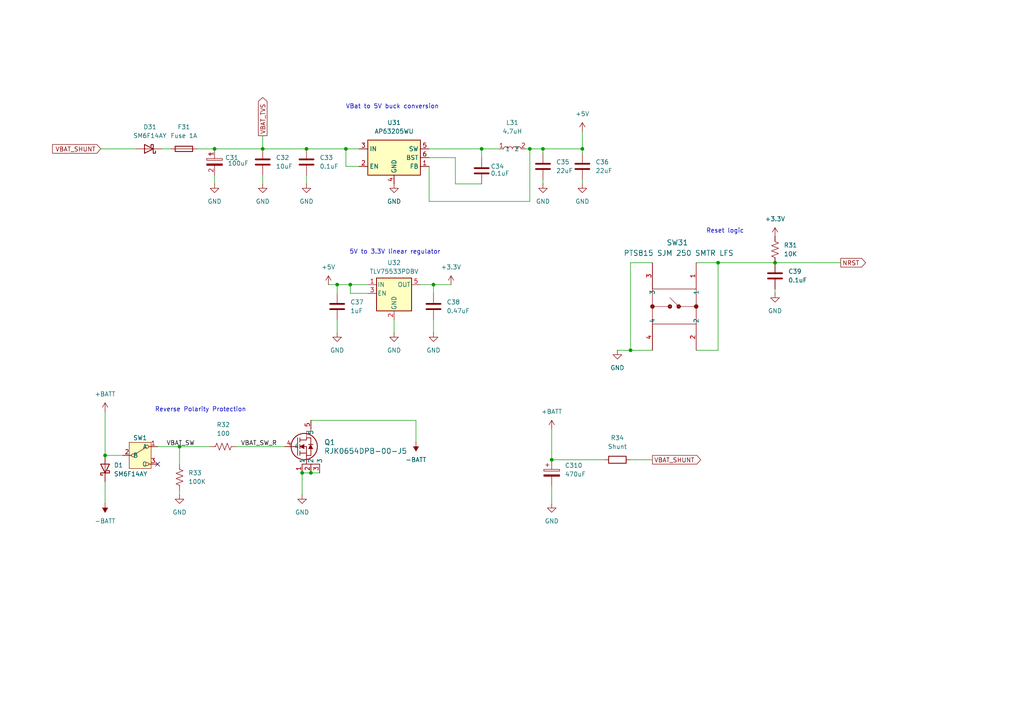
<source format=kicad_sch>
(kicad_sch (version 20250114) (generator "eeschema") (generator_version "9.0")
  (paper "A4")
  (title_block (title "Power") (date "2026-01-30") (rev "0-1"))
  (lib_symbols
    (symbol "Device:C" (pin_numbers (hide yes)) (pin_names (offset 0.254))
      (property "Reference" "C" (at 0.635 2.54 0))
      (property "Value" "C" (at 0.635 -2.54 0))
      (symbol "C_0_1"
        (polyline (pts (xy -2.032 0.762) (xy 2.032 0.762)) (stroke (width 0.508)))
        (polyline (pts (xy -2.032 -0.762) (xy 2.032 -0.762)) (stroke (width 0.508)))
      )
      (symbol "C_1_1"
        (pin passive line (at 0 3.81 270) (length 2.794) (name "~") (number "1"))
        (pin passive line (at 0 -3.81 90) (length 2.794) (name "~") (number "2"))
      )
    )
    (symbol "Device:C_Polarized" (pin_numbers (hide yes)) (pin_names (offset 0.254))
      (property "Reference" "C" (at 0.635 2.54 0))
      (property "Value" "C_Polarized" (at 0.635 -2.54 0))
      (symbol "C_Polarized_0_1"
        (rectangle (start -2.286 0.508) (end 2.286 1.016))
        (polyline (pts (xy -1.778 2.286) (xy -0.762 2.286)))
        (polyline (pts (xy -1.27 2.794) (xy -1.27 1.778)))
        (rectangle (start 2.286 -0.508) (end -2.286 -1.016) (fill (type outline)))
      )
      (symbol "C_Polarized_1_1"
        (pin passive line (at 0 3.81 270) (length 2.794) (name "~") (number "1"))
        (pin passive line (at 0 -3.81 90) (length 2.794) (name "~") (number "2"))
      )
    )
    (symbol "Device:Fuse" (pin_numbers (hide yes)) (pin_names (offset 0))
      (property "Reference" "F" (at 2.032 0 90))
      (property "Value" "Fuse" (at -1.905 0 90))
      (symbol "Fuse_0_1"
        (rectangle (start -0.762 -2.54) (end 0.762 2.54) (stroke (width 0.254)))
        (polyline (pts (xy 0 2.54) (xy 0 -2.54)))
      )
      (symbol "Fuse_1_1"
        (pin passive line (at 0 3.81 270) (length 1.27) (name "~") (number "1"))
        (pin passive line (at 0 -3.81 90) (length 1.27) (name "~") (number "2"))
      )
    )
    (symbol "Device:R" (pin_numbers (hide yes)) (pin_names (offset 0))
      (property "Reference" "R" (at 2.032 0 90))
      (property "Value" "R" (at 0 0 90))
      (symbol "R_0_1"
        (rectangle (start -1.016 -2.54) (end 1.016 2.54) (stroke (width 0.254)))
      )
      (symbol "R_1_1"
        (pin passive line (at 0 3.81 270) (length 1.27) (name "~") (number "1"))
        (pin passive line (at 0 -3.81 90) (length 1.27) (name "~") (number "2"))
      )
    )
    (symbol "Device:R_US" (pin_numbers (hide yes)) (pin_names (offset 0))
      (property "Reference" "R" (at 2.54 0 90))
      (property "Value" "R_US" (at -2.54 0 90))
      (symbol "R_US_0_1"
        (polyline (pts (xy 0 2.286) (xy 0 2.54)))
        (polyline (pts (xy 0 2.286) (xy 1.016 1.905) (xy 0 1.524) (xy -1.016 1.143) (xy 0 0.762)))
        (polyline (pts (xy 0 0.762) (xy 1.016 0.381) (xy 0 0) (xy -1.016 -0.381) (xy 0 -0.762)))
        (polyline (pts (xy 0 -0.762) (xy 1.016 -1.143) (xy 0 -1.524) (xy -1.016 -1.905) (xy 0 -2.286)))
        (polyline (pts (xy 0 -2.286) (xy 0 -2.54)))
      )
      (symbol "R_US_1_1"
        (pin passive line (at 0 3.81 270) (length 1.27) (name "~") (number "1"))
        (pin passive line (at 0 -3.81 90) (length 1.27) (name "~") (number "2"))
      )
    )
    (symbol "Diode:PMEG4050EP" (pin_numbers (hide yes)) (pin_names (hide yes))
      (property "Reference" "D" (at 0 2.54 0))
      (property "Value" "PMEG4050EP" (at 0 -2.54 0))
      (symbol "PMEG4050EP_0_1"
        (polyline (pts (xy -1.905 0.635) (xy -1.905 1.27) (xy -1.27 1.27) (xy -1.27 -1.27) (xy -0.635 -1.27) (xy -0.635 -0.635)) (stroke (width 0.254)))
        (polyline (pts (xy 1.27 1.27) (xy 1.27 -1.27) (xy -1.27 0) (xy 1.27 1.27)) (stroke (width 0.254)))
        (polyline (pts (xy 1.27 0) (xy -1.27 0)))
      )
      (symbol "PMEG4050EP_1_1"
        (pin passive line (at -3.81 0 0) (length 2.54) (name "K") (number "1"))
        (pin passive line (at 3.81 0 180) (length 2.54) (name "A") (number "2"))
      )
    )
    (symbol "Global:A768EB107M1ELAS036"
      (property "Reference" "C" (at 0 0 0))
      (symbol "A768EB107M1ELAS036_0_1"
        (polyline (pts (xy -2.794 -5.08) (xy -1.778 -5.08)))
        (polyline (pts (xy -2.286 -5.588) (xy -2.286 -4.572)))
        (rectangle (start -0.508 -6.096) (end -1.016 -1.524))
        (rectangle (start 0.508 -1.524) (end 1.016 -6.096) (fill (type outline)))
      )
      (symbol "A768EB107M1ELAS036_1_1"
        (pin passive line (at -3.81 -3.81 0) (length 2.794) (name "~") (number "1"))
        (pin passive line (at 3.81 -3.81 180) (length 2.794) (name "~") (number "2"))
      )
    )
    (symbol "Global:EG1903-ND"
      (property "Reference" "SW" (at 0 0 0))
      (symbol "EG1903-ND_0_1"
        (circle (center -2.032 -5.08) (radius 0.4572))
        (polyline (pts (xy -1.651 -4.826) (xy 1.651 -2.794)))
        (circle (center 2.032 -2.54) (radius 0.4572))
        (circle (center 2.032 -7.62) (radius 0.4572))
      )
      (symbol "EG1903-ND_1_1"
        (rectangle (start -3.175 -1.27) (end 3.175 -8.89) (fill (type background)))
        (pin passive line (at -5.08 -5.08 0) (length 2.54) (name "B") (number "2"))
        (pin passive line (at 5.08 -2.54 180) (length 2.54) (name "A") (number "1"))
        (pin passive line (at 5.08 -7.62 180) (length 2.54) (name "C") (number "3"))
      )
    )
    (symbol "Global:PTS815_SJM_250_SMTR_LFS" (pin_names (offset 0.254))
      (property "Reference" "SW" (at 0 22.86 0))
      (property "Value" "PTS815 SJM 250 SMTR LFS" (at 0 20.32 0))
      (symbol "PTS815_SJM_250_SMTR_LFS_0_1"
        (polyline (pts (xy -2.54 7.62) (xy 0 10.16)) (stroke (width 0.127)))
        (circle (center 0 15.24) (radius 0.127) (stroke (width 0.508)))
        (polyline (pts (xy 0 15.24) (xy 5.08 15.24) (xy 5.08 2.54) (xy -5.08 2.54) (xy -5.08 15.24) (xy 0 15.24)))
        (circle (center 0 10.16) (radius 0.127) (stroke (width 0.508)))
        (polyline (pts (xy 0 10.16) (xy 0 15.24)) (stroke (width 0.127)))
        (circle (center 0 7.62) (radius 0.127) (stroke (width 0.508)))
        (polyline (pts (xy 0 7.62) (xy 0 2.54)) (stroke (width 0.127)))
        (circle (center 0 2.54) (radius 0.127) (stroke (width 0.508)))
        (pin unspecified line (at -12.7 15.24 0) (length 7.62) (name "1") (number "1"))
        (pin unspecified line (at -12.7 2.54 0) (length 7.62) (name "3") (number "3"))
        (pin unspecified line (at 12.7 15.24 180) (length 7.62) (name "2") (number "2"))
        (pin unspecified line (at 12.7 2.54 180) (length 7.62) (name "4") (number "4"))
      )
    )
    (symbol "Global:RJK0654DPB-00-J5" (pin_names (offset 0.254))
      (property "Reference" "Q" (at 10.16 1.27 0))
      (property "Value" "RJK0654DPB-00-J5" (at 10.16 -1.27 0))
      (symbol "RJK0654DPB-00-J5_0_1"
        (polyline (pts (xy 2.54 0) (xy 3.81 0)) (stroke (width 0.2032)))
        (polyline (pts (xy 3.7863 -2.5206) (xy 3.7863 2.5594)) (stroke (width 0.2032)))
        (polyline (pts (xy 4.4213 1.9244) (xy 6.3263 1.9244)) (stroke (width 0.2032)))
        (polyline (pts (xy 4.4213 1.2894) (xy 4.4213 2.5594)) (stroke (width 0.2032)))
        (polyline (pts (xy 4.4213 -0.6156) (xy 4.4213 0.6544)) (stroke (width 0.2032)))
        (polyline (pts (xy 4.4213 -1.8856) (xy 6.3263 -1.8856)) (stroke (width 0.2032)))
        (polyline (pts (xy 4.4213 -2.5206) (xy 4.4213 -1.2506)) (stroke (width 0.2032)))
        (polyline (pts (xy 5.08 -5.08) (xy 10.16 -5.08)) (stroke (width 0.2032)))
        (polyline (pts (xy 5.6913 0.6544) (xy 4.4213 0.0194) (xy 5.6913 -0.6156)) (fill (type outline)))
        (polyline (pts (xy 5.6913 0.0194) (xy 6.3263 0.0194)) (stroke (width 0.2032)))
        (circle (center 5.6913 0.0194) (radius 3.81) (stroke (width 0.254)))
        (polyline (pts (xy 6.3495 1.9603) (xy 6.35 2.54)) (stroke (width 0.2032)))
        (polyline (pts (xy 6.35 4.445) (xy 6.3818 2.557)) (stroke (width 0.127)))
        (polyline (pts (xy 6.35 -2.54) (xy 7.62 -2.54)) (stroke (width 0.2032)))
        (polyline (pts (xy 6.35 -5.08) (xy 6.35 0)) (stroke (width 0.2032)))
        (polyline (pts (xy 6.3818 2.557) (xy 7.5963 2.5594)) (stroke (width 0.2032)))
        (polyline (pts (xy 7.5963 0.6544) (xy 7.5963 2.5594)) (stroke (width 0.2032)))
        (polyline (pts (xy 7.62 5.08) (xy 7.62 4.445)) (stroke (width 0.127)))
        (polyline (pts (xy 7.62 4.445) (xy 6.35 4.445)) (stroke (width 0.127)))
        (polyline (pts (xy 7.62 -2.54) (xy 7.62 0)) (stroke (width 0.2032)))
        (polyline (pts (xy 8.2313 0.6544) (xy 6.9613 0.6544)) (stroke (width 0.2032)))
        (polyline (pts (xy 8.2313 -0.6156) (xy 6.9613 -0.6156) (xy 7.5963 0.6544)) (fill (type outline)))
        (pin unspecified line (at 0 0 0) (length 2.54) (name "4") (number "4"))
        (pin unspecified line (at 5.08 -7.62 90) (length 2.54) (name "1") (number "1"))
        (pin unspecified line (at 7.62 7.62 270) (length 2.54) (name "5") (number "5"))
        (pin unspecified line (at 7.62 -7.62 90) (length 2.54) (name "2") (number "2"))
        (pin unspecified line (at 10.16 -7.62 90) (length 2.54) (name "3") (number "3"))
      )
    )
    (symbol "Global:VLS6045EX-4R7M"
      (property "Reference" "L" (at 0 3.556 0))
      (property "Footprint" "Library:IND_VLS6045EX-4R7M_TDK" (at 0 0 0))
      (symbol "VLS6045EX-4R7M_0_1"
        (arc (start -2.54 1.27) (mid -1.905 1.9023) (end -1.27 1.27))
        (arc (start -1.27 1.27) (mid -0.635 1.9023) (end 0 1.27))
        (arc (start 0 1.27) (mid 0.635 1.9023) (end 1.27 1.27))
        (arc (start 1.27 1.27) (mid 1.905 1.9023) (end 2.54 1.27))
      )
      (symbol "VLS6045EX-4R7M_1_1"
        (pin passive line (at -3.81 1.27 0) (length 1.27) (name "1") (number "1"))
        (pin passive line (at 3.81 1.27 180) (length 1.27) (name "2") (number "2"))
      )
    )
    (symbol "Regulator_Linear:TLV75533PDBV" (pin_names (offset 0.254))
      (property "Reference" "U" (at -3.81 5.715 0))
      (property "Value" "TLV75533PDBV" (at 0 5.715 0))
      (symbol "TLV75533PDBV_0_1"
        (rectangle (start -5.08 4.445) (end 5.08 -5.08) (stroke (width 0.254)) (fill (type background)))
      )
      (symbol "TLV75533PDBV_1_1"
        (pin power_in line (at -7.62 2.54 0) (length 2.54) (name "IN") (number "1"))
        (pin input line (at -7.62 0 0) (length 2.54) (name "EN") (number "3"))
        (pin power_in line (at 0 -7.62 90) (length 2.54) (name "GND") (number "2"))
        (pin no_connect line (at 5.08 0 180) (length 2.54) (hide yes) (name "NC") (number "4"))
        (pin power_out line (at 7.62 2.54 180) (length 2.54) (name "OUT") (number "5"))
      )
    )
    (symbol "Regulator_Switching:AP63205WU"
      (property "Reference" "U" (at -7.62 6.35 0))
      (property "Value" "AP63205WU" (at 2.54 6.35 0))
      (symbol "AP63205WU_0_1"
        (rectangle (start -7.62 5.08) (end 7.62 -5.08) (stroke (width 0.254)) (fill (type background)))
      )
      (symbol "AP63205WU_1_1"
        (pin power_in line (at -10.16 2.54 0) (length 2.54) (name "IN") (number "3"))
        (pin input line (at -10.16 -2.54 0) (length 2.54) (name "EN") (number "2"))
        (pin power_in line (at 0 -7.62 90) (length 2.54) (name "GND") (number "4"))
        (pin output line (at 10.16 2.54 180) (length 2.54) (name "SW") (number "5"))
        (pin passive line (at 10.16 0 180) (length 2.54) (name "BST") (number "6"))
        (pin input line (at 10.16 -2.54 180) (length 2.54) (name "FB") (number "1"))
      )
    )
    (symbol "power:+3.3V" (power) (pin_numbers (hide yes)) (pin_names (offset 0) (hide yes))
      (property "Value" "+3.3V" (at 0 3.556 0))
      (symbol "+3.3V_0_1"
        (polyline (pts (xy -0.762 1.27) (xy 0 2.54)))
        (polyline (pts (xy 0 2.54) (xy 0.762 1.27)))
        (polyline (pts (xy 0 0) (xy 0 2.54)))
      )
      (symbol "+3.3V_1_1"
        (pin power_in line (at 0 0 90) (length 0) (name "~") (number "1"))
      )
    )
    (symbol "power:+5V" (power) (pin_numbers (hide yes)) (pin_names (offset 0) (hide yes))
      (property "Value" "+5V" (at 0 3.556 0))
      (symbol "+5V_0_1"
        (polyline (pts (xy -0.762 1.27) (xy 0 2.54)))
        (polyline (pts (xy 0 2.54) (xy 0.762 1.27)))
        (polyline (pts (xy 0 0) (xy 0 2.54)))
      )
      (symbol "+5V_1_1"
        (pin power_in line (at 0 0 90) (length 0) (name "~") (number "1"))
      )
    )
    (symbol "power:+BATT" (power) (pin_numbers (hide yes)) (pin_names (offset 0) (hide yes))
      (property "Value" "+BATT" (at 0 3.556 0))
      (symbol "+BATT_0_1"
        (polyline (pts (xy -0.762 1.27) (xy 0 2.54)))
        (polyline (pts (xy 0 2.54) (xy 0.762 1.27)))
        (polyline (pts (xy 0 0) (xy 0 2.54)))
      )
      (symbol "+BATT_1_1"
        (pin power_in line (at 0 0 90) (length 0) (name "~") (number "1"))
      )
    )
    (symbol "power:-BATT" (power) (pin_numbers (hide yes)) (pin_names (offset 0) (hide yes))
      (property "Value" "-BATT" (at 0 3.556 0))
      (symbol "-BATT_0_1"
        (polyline (pts (xy 0 0) (xy 0 2.54)))
        (polyline (pts (xy 0.762 1.27) (xy -0.762 1.27) (xy 0 2.54) (xy 0.762 1.27)) (fill (type outline)))
      )
      (symbol "-BATT_1_1"
        (pin power_in line (at 0 0 90) (length 0) (name "~") (number "1"))
      )
    )
    (symbol "power:GND" (power) (pin_numbers (hide yes)) (pin_names (offset 0) (hide yes))
      (property "Value" "GND" (at 0 -3.81 0))
      (symbol "GND_0_1"
        (polyline (pts (xy 0 0) (xy 0 -1.27) (xy 1.27 -1.27) (xy 0 -2.54) (xy -1.27 -1.27) (xy 0 -1.27)))
      )
      (symbol "GND_1_1"
        (pin power_in line (at 0 0 270) (length 0) (name "~") (number "1"))
      )
    )
  )
  (text "Reset logic" (at 210.312 67.056 0) (effects (font (size 1.27 1.27))))
  (text "Reverse Polarity Protection" (at 58.166 118.872 0) (effects (font (size 1.27 1.27))))
  (text "5V to 3.3V linear regulator" (at 114.554 73.152 0) (effects (font (size 1.27 1.27))))
  (text "VBat to 5V buck conversion" (at 113.792 30.988 0) (effects (font (size 1.27 1.27))))
  (junction (at 97.79 82.55))
  (junction (at 62.23 43.18))
  (junction (at 182.88 101.6))
  (junction (at 52.07 129.54))
  (junction (at 90.17 137.16))
  (junction (at 139.7 43.18))
  (junction (at 160.02 133.35))
  (junction (at 100.33 43.18))
  (junction (at 224.79 76.2))
  (junction (at 168.91 43.18))
  (junction (at 87.63 137.16))
  (junction (at 125.73 82.55))
  (junction (at 208.28 76.2))
  (junction (at 76.2 43.18))
  (junction (at 101.6 82.55))
  (junction (at 153.67 43.18))
  (junction (at 157.48 43.18))
  (junction (at 30.48 132.08))
  (junction (at 88.9 43.18))
  (no_connect (at 45.72 134.62))
  (wire (pts (xy 124.46 58.42) (xy 153.67 58.42)))
  (wire (pts (xy 52.07 129.54) (xy 52.07 134.62)))
  (wire (pts (xy 88.9 50.8) (xy 88.9 53.34)))
  (wire (pts (xy 153.67 58.42) (xy 153.67 43.18)))
  (wire (pts (xy 57.15 43.18) (xy 62.23 43.18)))
  (wire (pts (xy 114.3 92.71) (xy 114.3 96.52)))
  (wire (pts (xy 152.4 43.18) (xy 153.67 43.18)))
  (wire (pts (xy 68.58 129.54) (xy 82.55 129.54)))
  (wire (pts (xy 87.63 137.16) (xy 90.17 137.16)))
  (wire (pts (xy 168.91 38.1) (xy 168.91 43.18)))
  (wire (pts (xy 124.46 58.42) (xy 124.46 48.26)))
  (wire (pts (xy 153.67 43.18) (xy 157.48 43.18)))
  (wire (pts (xy 125.73 92.71) (xy 125.73 96.52)))
  (wire (pts (xy 182.88 101.6) (xy 189.23 101.6)))
  (wire (pts (xy 157.48 43.18) (xy 157.48 44.45)))
  (wire (pts (xy 124.46 45.72) (xy 132.08 45.72)))
  (wire (pts (xy 30.48 119.38) (xy 30.48 132.08)))
  (wire (pts (xy 97.79 82.55) (xy 97.79 85.09)))
  (wire (pts (xy 76.2 50.8) (xy 76.2 53.34)))
  (wire (pts (xy 201.93 76.2) (xy 208.28 76.2)))
  (wire (pts (xy 139.7 43.18) (xy 144.78 43.18)))
  (wire (pts (xy 208.28 101.6) (xy 208.28 76.2)))
  (wire (pts (xy 168.91 52.07) (xy 168.91 53.34)))
  (wire (pts (xy 29.21 43.18) (xy 39.37 43.18)))
  (wire (pts (xy 76.2 43.18) (xy 88.9 43.18)))
  (wire (pts (xy 157.48 52.07) (xy 157.48 53.34)))
  (wire (pts (xy 97.79 92.71) (xy 97.79 96.52)))
  (wire (pts (xy 35.56 132.08) (xy 30.48 132.08)))
  (wire (pts (xy 104.14 48.26) (xy 100.33 48.26)))
  (wire (pts (xy 124.46 43.18) (xy 139.7 43.18)))
  (wire (pts (xy 45.72 129.54) (xy 52.07 129.54)))
  (wire (pts (xy 62.23 50.8) (xy 62.23 53.34)))
  (wire (pts (xy 168.91 43.18) (xy 168.91 44.45)))
  (wire (pts (xy 208.28 76.2) (xy 224.79 76.2)))
  (wire (pts (xy 90.17 137.16) (xy 92.71 137.16)))
  (wire (pts (xy 160.02 124.46) (xy 160.02 133.35)))
  (wire (pts (xy 182.88 76.2) (xy 182.88 101.6)))
  (wire (pts (xy 120.65 121.92) (xy 120.65 128.27)))
  (wire (pts (xy 125.73 82.55) (xy 125.73 85.09)))
  (wire (pts (xy 101.6 82.55) (xy 106.68 82.55)))
  (wire (pts (xy 101.6 82.55) (xy 101.6 85.09)))
  (wire (pts (xy 160.02 140.97) (xy 160.02 146.05)))
  (wire (pts (xy 160.02 133.35) (xy 175.26 133.35)))
  (wire (pts (xy 132.08 53.34) (xy 139.7 53.34)))
  (wire (pts (xy 95.25 82.55) (xy 97.79 82.55)))
  (wire (pts (xy 87.63 137.16) (xy 87.63 143.51)))
  (wire (pts (xy 88.9 43.18) (xy 100.33 43.18)))
  (wire (pts (xy 224.79 76.2) (xy 243.84 76.2)))
  (wire (pts (xy 62.23 43.18) (xy 76.2 43.18)))
  (wire (pts (xy 189.23 76.2) (xy 182.88 76.2)))
  (wire (pts (xy 100.33 43.18) (xy 104.14 43.18)))
  (wire (pts (xy 46.99 43.18) (xy 49.53 43.18)))
  (wire (pts (xy 132.08 45.72) (xy 132.08 53.34)))
  (wire (pts (xy 90.17 121.92) (xy 120.65 121.92)))
  (wire (pts (xy 157.48 43.18) (xy 168.91 43.18)))
  (wire (pts (xy 179.07 101.6) (xy 182.88 101.6)))
  (wire (pts (xy 139.7 43.18) (xy 139.7 45.72)))
  (wire (pts (xy 30.48 139.7) (xy 30.48 146.05)))
  (wire (pts (xy 100.33 43.18) (xy 100.33 48.26)))
  (wire (pts (xy 76.2 39.37) (xy 76.2 43.18)))
  (wire (pts (xy 201.93 101.6) (xy 208.28 101.6)))
  (wire (pts (xy 224.79 83.82) (xy 224.79 85.09)))
  (wire (pts (xy 106.68 85.09) (xy 101.6 85.09)))
  (wire (pts (xy 121.92 82.55) (xy 125.73 82.55)))
  (wire (pts (xy 52.07 129.54) (xy 60.96 129.54)))
  (wire (pts (xy 97.79 82.55) (xy 101.6 82.55)))
  (wire (pts (xy 189.23 133.35) (xy 182.88 133.35)))
  (wire (pts (xy 125.73 82.55) (xy 130.81 82.55)))
  (wire (pts (xy 52.07 142.24) (xy 52.07 143.51)))
  (label "VBAT_SW_R" (at 69.85 129.54 0))
  (label "VBAT_SW" (at 48.26 129.54 0))
  (global_label "NRST" (shape output) (at 243.84 76.2 0) (property "Intersheetrefs" "${INTERSHEET_REFS}" (at 251.6028 76.2 0) (effects (justify left))))
  (global_label "VBAT_SHUNT" (shape output) (at 189.23 133.35 0) (property "Intersheetrefs" "${INTERSHEET_REFS}" (at 203.7662 133.35 0) (effects (justify left))))
  (global_label "VBAT_TVS" (shape output) (at 76.2 39.37 90) (property "Intersheetrefs" "${INTERSHEET_REFS}" (at 76.2 27.7367 90) (effects (justify left))))
  (global_label "VBAT_SHUNT" (shape input) (at 29.21 43.18 180) (property "Intersheetrefs" "${INTERSHEET_REFS}" (at 14.6738 43.18 0) (effects (justify right))))
  (symbol (lib_id "power:GND") (at 125.73 96.52 0) (unit 1)
    (property "Reference" "#PWR019" (effects (hide yes)))
    (property "Value" "GND" (at 125.73 101.6 0))
    (property "Description" "Power symbol creates a global label with name \"GND\" , ground" (effects (hide yes)))
  )
  (symbol (lib_id "power:GND") (at 179.07 101.6 0) (unit 1)
    (property "Reference" "#PWR020" (effects (hide yes)))
    (property "Value" "GND" (at 179.07 106.68 0))
    (property "Description" "Power symbol creates a global label with name \"GND\" , ground" (effects (hide yes)))
  )
  (symbol (lib_id "Regulator_Linear:TLV75533PDBV") (at 114.3 85.09 0) (unit 1)
    (property "Reference" "U32" (at 114.3 76.2 0))
    (property "Value" "TLV75533PDBV" (at 114.3 78.74 0))
    (property "Footprint" "Package_TO_SOT_SMD:SOT-23-5" (effects (hide yes)))
    (property "Datasheet" "http://www.ti.com/lit/ds/symlink/tlv755p.pdf" (effects (hide yes)))
    (property "Description" "500mA Low Dropout Voltage Regulator, Fixed Output 3.3V, SOT-23-5" (effects (hide yes)))
  )
  (symbol (lib_id "Device:C") (at 97.79 88.9 0) (unit 1)
    (property "Reference" "C37" (at 101.6 87.6299 0) (effects (justify left)))
    (property "Value" "1uF" (at 101.6 90.1699 0) (effects (justify left)))
    (property "Footprint" "Capacitor_SMD:C_0402_1005Metric" (effects (hide yes)))
    (property "Description" "Unpolarized capacitor" (effects (hide yes)))
  )
  (symbol (lib_id "power:+BATT") (at 30.48 119.38 0) (unit 1)
    (property "Reference" "#PWR05" (effects (hide yes)))
    (property "Value" "+BATT" (at 30.48 114.3 0))
    (property "Description" "Power symbol creates a global label with name \"+BATT\"" (effects (hide yes)))
  )
  (symbol (lib_id "power:GND") (at 62.23 53.34 0) (unit 1)
    (property "Reference" "#PWR08" (effects (hide yes)))
    (property "Value" "GND" (at 62.23 58.42 0))
    (property "Description" "Power symbol creates a global label with name \"GND\" , ground" (effects (hide yes)))
  )
  (symbol (lib_id "power:+3.3V") (at 130.81 82.55 0) (unit 1)
    (property "Reference" "#PWR017" (effects (hide yes)))
    (property "Value" "+3.3V" (at 130.81 77.47 0))
    (property "Description" "Power symbol creates a global label with name \"+3.3V\"" (effects (hide yes)))
  )
  (symbol (lib_id "Global:PTS815_SJM_250_SMTR_LFS") (at 186.69 88.9 270) (unit 1)
    (property "Reference" "SW31" (at 193.294 70.358 90) (effects (font (size 1.524 1.524)) (justify left)))
    (property "Value" "PTS815 SJM 250 SMTR LFS" (at 180.848 73.406 90) (effects (font (size 1.524 1.524)) (justify left)))
    (property "Footprint" "Library:SW4_PTS815 SJM 250 SMTR LFS_CNK" (effects (hide yes)))
    (property "Datasheet" "PTS815 SJM 250 SMTR LFS" (effects (hide yes)))
  )
  (symbol (lib_id "power:+5V") (at 95.25 82.55 0) (unit 1)
    (property "Reference" "#PWR015" (effects (hide yes)))
    (property "Value" "+5V" (at 95.25 77.47 0))
    (property "Description" "Power symbol creates a global label with name \"+5V\"" (effects (hide yes)))
  )
  (symbol (lib_id "power:GND") (at 76.2 53.34 0) (unit 1)
    (property "Reference" "#PWR09" (effects (hide yes)))
    (property "Value" "GND" (at 76.2 58.42 0))
    (property "Description" "Power symbol creates a global label with name \"GND\" , ground" (effects (hide yes)))
  )
  (symbol (lib_id "Global:VLS6045EX-4R7M") (at 148.59 44.45 0) (unit 1)
    (property "Reference" "L31" (at 148.59 35.56 0))
    (property "Value" "4.7uH" (at 148.59 38.1 0))
    (property "Footprint" "Library:IND_VLS6045EX-4R7M_TDK" (effects (hide yes)))
  )
  (symbol (lib_id "Device:C") (at 224.79 80.01 0) (unit 1)
    (property "Reference" "C39" (at 228.6 78.7399 0) (effects (justify left)))
    (property "Value" "0.1uF" (at 228.6 81.2799 0) (effects (justify left)))
    (property "Footprint" "Capacitor_SMD:C_0402_1005Metric" (effects (hide yes)))
    (property "Description" "Unpolarized capacitor" (effects (hide yes)))
  )
  (symbol (lib_id "power:GND") (at 87.63 143.51 0) (unit 1)
    (property "Reference" "#PWR092" (effects (hide yes)))
    (property "Value" "GND" (at 87.63 148.59 0))
    (property "Description" "Power symbol creates a global label with name \"GND\" , ground" (effects (hide yes)))
  )
  (symbol (lib_id "Device:C") (at 139.7 49.53 180) (unit 1)
    (property "Reference" "C34" (at 144.272 48.26 0))
    (property "Value" "0.1uF" (at 145.034 50.292 0))
    (property "Footprint" "Capacitor_SMD:C_0402_1005Metric" (effects (hide yes)))
    (property "Description" "Unpolarized capacitor" (effects (hide yes)))
  )
  (symbol (lib_id "Device:C") (at 88.9 46.99 0) (unit 1)
    (property "Reference" "C33" (at 92.71 45.7199 0) (effects (justify left)))
    (property "Value" "0.1uF" (at 92.71 48.2599 0) (effects (justify left)))
    (property "Footprint" "Capacitor_SMD:C_0402_1005Metric" (effects (hide yes)))
    (property "Description" "Unpolarized capacitor" (effects (hide yes)))
  )
  (symbol (lib_id "Diode:PMEG4050EP") (at 30.48 135.89 90) (unit 1)
    (property "Reference" "D1" (at 33.02 134.9374 90) (effects (justify right)))
    (property "Value" "SM6F14AY" (at 33.02 137.4774 90) (effects (justify right)))
    (property "Footprint" "Diode_SMD:D_SOD-128" (effects (hide yes)))
    (property "Datasheet" "https://assets.nexperia.com/documents/data-sheet/PMEG4050EP.pdf" (effects (hide yes)))
    (property "Description" "40V, 5A low Vf Schottky barrier rectifier, SOD-128" (effects (hide yes)))
  )
  (symbol (lib_id "Device:R") (at 179.07 133.35 90) (unit 1)
    (property "Reference" "R34" (at 179.07 127 90))
    (property "Value" "Shunt" (at 179.07 129.54 90))
    (property "Footprint" "Resistor_SMD:R_2010_5025Metric" (effects (hide yes)))
    (property "Description" "Resistor" (effects (hide yes)))
  )
  (symbol (lib_id "power:GND") (at 114.3 96.52 0) (unit 1)
    (property "Reference" "#PWR016" (effects (hide yes)))
    (property "Value" "GND" (at 114.3 101.6 0))
    (property "Description" "Power symbol creates a global label with name \"GND\" , ground" (effects (hide yes)))
  )
  (symbol (lib_id "Diode:PMEG4050EP") (at 43.18 43.18 180) (unit 1)
    (property "Reference" "D31" (at 43.4975 36.83 0))
    (property "Value" "SM6F14AY" (at 43.4975 39.37 0))
    (property "Footprint" "Diode_SMD:D_SOD-128" (effects (hide yes)))
    (property "Datasheet" "https://assets.nexperia.com/documents/data-sheet/PMEG4050EP.pdf" (effects (hide yes)))
    (property "Description" "40V, 5A low Vf Schottky barrier rectifier, SOD-128" (effects (hide yes)))
  )
  (symbol (lib_id "Device:C") (at 157.48 48.26 0) (unit 1)
    (property "Reference" "C35" (at 161.29 46.9899 0) (effects (justify left)))
    (property "Value" "22uF" (at 161.29 49.5299 0) (effects (justify left)))
    (property "Footprint" "Capacitor_SMD:C_0603_1608Metric" (effects (hide yes)))
    (property "Description" "Unpolarized capacitor" (effects (hide yes)))
  )
  (symbol (lib_id "Global:RJK0654DPB-00-J5") (at 82.55 129.54 0) (unit 1)
    (property "Reference" "Q1" (at 93.98 128.2889 0) (effects (font (size 1.524 1.524)) (justify left)))
    (property "Value" "RJK0654DPB-00-J5" (at 93.98 130.8289 0) (effects (font (size 1.524 1.524)) (justify left)))
    (property "Footprint" "Library:LFPAK_REN" (effects (hide yes)))
    (property "Datasheet" "RJK0654DPB-00-J5" (effects (hide yes)))
  )
  (symbol (lib_id "power:GND") (at 52.07 143.51 0) (unit 1)
    (property "Reference" "#PWR089" (effects (hide yes)))
    (property "Value" "GND" (at 52.07 148.59 0))
    (property "Description" "Power symbol creates a global label with name \"GND\" , ground" (effects (hide yes)))
  )
  (symbol (lib_id "power:GND") (at 168.91 53.34 0) (unit 1)
    (property "Reference" "#PWR014" (effects (hide yes)))
    (property "Value" "GND" (at 168.91 58.42 0))
    (property "Description" "Power symbol creates a global label with name \"GND\" , ground" (effects (hide yes)))
  )
  (symbol (lib_id "Device:Fuse") (at 53.34 43.18 90) (unit 1)
    (property "Reference" "F31" (at 53.34 36.83 90))
    (property "Value" "Fuse 1A" (at 53.34 39.37 90))
    (property "Footprint" "Fuse:Fuse_1812_4532Metric" (effects (hide yes)))
    (property "Description" "Fuse" (effects (hide yes)))
  )
  (symbol (lib_id "power:+BATT") (at 160.02 124.46 0) (unit 1)
    (property "Reference" "#PWR094" (effects (hide yes)))
    (property "Value" "+BATT" (at 160.02 119.38 0))
    (property "Description" "Power symbol creates a global label with name \"+BATT\"" (effects (hide yes)))
  )
  (symbol (lib_id "power:-BATT") (at 120.65 128.27 180) (unit 1)
    (property "Reference" "#PWR091" (effects (hide yes)))
    (property "Value" "-BATT" (at 120.65 133.35 0))
    (property "Description" "Power symbol creates a global label with name \"-BATT\"" (effects (hide yes)))
  )
  (symbol (lib_id "Device:C_Polarized") (at 160.02 137.16 0) (unit 1)
    (property "Reference" "C310" (at 163.83 135.0009 0) (effects (justify left)))
    (property "Value" "470uF" (at 163.83 137.5409 0) (effects (justify left)))
    (property "Footprint" "Capacitor_SMD:CP_Elec_10x10.5" (effects (hide yes)))
    (property "Description" "Polarized capacitor" (effects (hide yes)))
  )
  (symbol (lib_id "Device:C") (at 168.91 48.26 0) (unit 1)
    (property "Reference" "C36" (at 172.72 46.9899 0) (effects (justify left)))
    (property "Value" "22uF" (at 172.72 49.5299 0) (effects (justify left)))
    (property "Footprint" "Capacitor_SMD:C_0603_1608Metric" (effects (hide yes)))
    (property "Description" "Unpolarized capacitor" (effects (hide yes)))
  )
  (symbol (lib_id "Device:R_US") (at 224.79 72.39 180) (unit 1)
    (property "Reference" "R31" (at 227.33 71.1199 0) (effects (justify right)))
    (property "Value" "10K" (at 227.33 73.6599 0) (effects (justify right)))
    (property "Footprint" "Resistor_SMD:R_0402_1005Metric" (effects (hide yes)))
    (property "Description" "Resistor, US symbol" (effects (hide yes)))
  )
  (symbol (lib_id "Global:EG1903-ND") (at 40.64 127 0) (unit 1)
    (property "Reference" "SW1" (at 40.64 127 0))
    (property "Footprint" "Library:SW_EG1218" (effects (hide yes)))
  )
  (symbol (lib_id "Device:R_US") (at 64.77 129.54 90) (unit 1)
    (property "Reference" "R32" (at 64.77 123.19 90))
    (property "Value" "100" (at 64.77 125.73 90))
    (property "Footprint" "Resistor_SMD:R_0201_0603Metric" (effects (hide yes)))
    (property "Description" "Resistor, US symbol" (effects (hide yes)))
  )
  (symbol (lib_id "power:GND") (at 97.79 96.52 0) (unit 1)
    (property "Reference" "#PWR018" (effects (hide yes)))
    (property "Value" "GND" (at 97.79 101.6 0))
    (property "Description" "Power symbol creates a global label with name \"GND\" , ground" (effects (hide yes)))
  )
  (symbol (lib_id "Global:A768EB107M1ELAS036") (at 66.04 46.99 270) (unit 1)
    (property "Reference" "C31" (at 65.278 45.72 90) (effects (justify left)))
    (property "Value" "100uF" (at 66.04 47.3709 90) (effects (justify left)))
    (property "Footprint" "Library:CAP_A768EB_6.8x6.8_KEM" (effects (hide yes)))
  )
  (symbol (lib_id "Device:R_US") (at 52.07 138.43 0) (unit 1)
    (property "Reference" "R33" (at 54.61 137.1599 0) (effects (justify left)))
    (property "Value" "100K" (at 54.61 139.6999 0) (effects (justify left)))
    (property "Footprint" "Resistor_SMD:R_0402_1005Metric" (effects (hide yes)))
    (property "Description" "Resistor, US symbol" (effects (hide yes)))
  )
  (symbol (lib_id "power:GND") (at 114.3 53.34 0) (unit 1)
    (property "Reference" "#PWR011" (effects (hide yes)))
    (property "Value" "GND" (at 114.3 58.42 0))
    (property "Description" "Power symbol creates a global label with name \"GND\" , ground" (effects (hide yes)))
  )
  (symbol (lib_id "power:GND") (at 160.02 146.05 0) (unit 1)
    (property "Reference" "#PWR095" (effects (hide yes)))
    (property "Value" "GND" (at 160.02 151.13 0))
    (property "Description" "Power symbol creates a global label with name \"GND\" , ground" (effects (hide yes)))
  )
  (symbol (lib_id "Regulator_Switching:AP63205WU") (at 114.3 45.72 0) (unit 1)
    (property "Reference" "U31" (at 114.3 35.56 0))
    (property "Value" "AP63205WU" (at 114.3 38.1 0))
    (property "Footprint" "Package_TO_SOT_SMD:TSOT-23-6" (effects (hide yes)))
    (property "Datasheet" "https://www.diodes.com/assets/Datasheets/AP63200-AP63201-AP63203-AP63205.pdf" (effects (hide yes)))
    (property "Description" "2A, 1.1MHz Buck DC/DC Converter, fixed 5.0V output voltage, TSOT-23-6" (effects (hide yes)))
  )
  (symbol (lib_id "power:+3.3V") (at 224.79 68.58 0) (unit 1)
    (property "Reference" "#PWR021" (effects (hide yes)))
    (property "Value" "+3.3V" (at 224.79 63.5 0))
    (property "Description" "Power symbol creates a global label with name \"+3.3V\"" (effects (hide yes)))
  )
  (symbol (lib_id "Device:C") (at 76.2 46.99 0) (unit 1)
    (property "Reference" "C32" (at 80.01 45.7199 0) (effects (justify left)))
    (property "Value" "10uF" (at 80.01 48.2599 0) (effects (justify left)))
    (property "Footprint" "Capacitor_SMD:C_1206_3216Metric" (effects (hide yes)))
    (property "Description" "Unpolarized capacitor" (effects (hide yes)))
  )
  (symbol (lib_id "Device:C") (at 125.73 88.9 0) (unit 1)
    (property "Reference" "C38" (at 129.54 87.6299 0) (effects (justify left)))
    (property "Value" "0.47uF" (at 129.54 90.1699 0) (effects (justify left)))
    (property "Footprint" "Capacitor_SMD:C_0402_1005Metric" (effects (hide yes)))
    (property "Description" "Unpolarized capacitor" (effects (hide yes)))
  )
  (symbol (lib_id "power:+5V") (at 168.91 38.1 0) (unit 1)
    (property "Reference" "#PWR012" (effects (hide yes)))
    (property "Value" "+5V" (at 168.91 33.02 0))
    (property "Description" "Power symbol creates a global label with name \"+5V\"" (effects (hide yes)))
  )
  (symbol (lib_id "power:GND") (at 224.79 85.09 0) (unit 1)
    (property "Reference" "#PWR022" (effects (hide yes)))
    (property "Value" "GND" (at 224.79 90.17 0))
    (property "Description" "Power symbol creates a global label with name \"GND\" , ground" (effects (hide yes)))
  )
  (symbol (lib_id "power:-BATT") (at 30.48 146.05 180) (unit 1)
    (property "Reference" "#PWR090" (effects (hide yes)))
    (property "Value" "-BATT" (at 30.48 151.13 0))
    (property "Description" "Power symbol creates a global label with name \"-BATT\"" (effects (hide yes)))
  )
  (symbol (lib_id "power:GND") (at 157.48 53.34 0) (unit 1)
    (property "Reference" "#PWR013" (effects (hide yes)))
    (property "Value" "GND" (at 157.48 58.42 0))
    (property "Description" "Power symbol creates a global label with name \"GND\" , ground" (effects (hide yes)))
  )
  (symbol (lib_id "power:GND") (at 88.9 53.34 0) (unit 1)
    (property "Reference" "#PWR010" (effects (hide yes)))
    (property "Value" "GND" (at 88.9 58.42 0))
    (property "Description" "Power symbol creates a global label with name \"GND\" , ground" (effects (hide yes)))
  )
)
</source>
